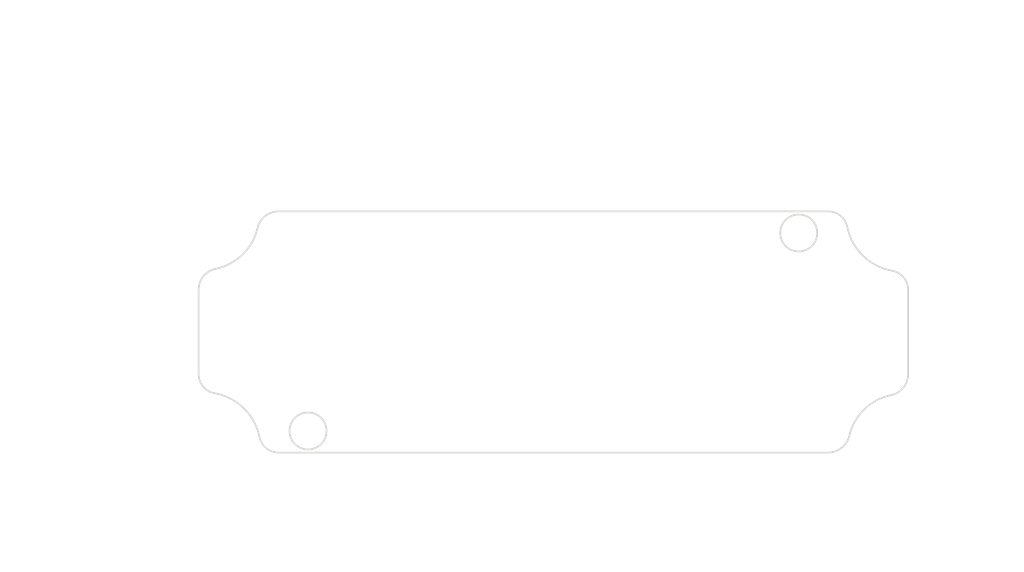
<source format=kicad_pcb>
(kicad_pcb (version 20221018) (generator pcbnew)

  (general
    (thickness 1.6)
  )

  (paper "A4")
  (layers
    (0 "F.Cu" signal)
    (31 "B.Cu" signal)
    (32 "B.Adhes" user "B.Adhesive")
    (33 "F.Adhes" user "F.Adhesive")
    (34 "B.Paste" user)
    (35 "F.Paste" user)
    (36 "B.SilkS" user "B.Silkscreen")
    (37 "F.SilkS" user "F.Silkscreen")
    (38 "B.Mask" user)
    (39 "F.Mask" user)
    (40 "Dwgs.User" user "User.Drawings")
    (41 "Cmts.User" user "User.Comments")
    (42 "Eco1.User" user "User.Eco1")
    (43 "Eco2.User" user "User.Eco2")
    (44 "Edge.Cuts" user)
    (45 "Margin" user)
    (46 "B.CrtYd" user "B.Courtyard")
    (47 "F.CrtYd" user "F.Courtyard")
    (48 "B.Fab" user)
    (49 "F.Fab" user)
  )

  (setup
    (pad_to_mask_clearance 0.051)
    (solder_mask_min_width 0.25)
    (pcbplotparams
      (layerselection 0x00010fc_ffffffff)
      (plot_on_all_layers_selection 0x0000000_00000000)
      (disableapertmacros false)
      (usegerberextensions false)
      (usegerberattributes false)
      (usegerberadvancedattributes false)
      (creategerberjobfile false)
      (dashed_line_dash_ratio 12.000000)
      (dashed_line_gap_ratio 3.000000)
      (svgprecision 4)
      (plotframeref false)
      (viasonmask false)
      (mode 1)
      (useauxorigin false)
      (hpglpennumber 1)
      (hpglpenspeed 20)
      (hpglpendiameter 15.000000)
      (dxfpolygonmode true)
      (dxfimperialunits true)
      (dxfusepcbnewfont true)
      (psnegative false)
      (psa4output false)
      (plotreference true)
      (plotvalue true)
      (plotinvisibletext false)
      (sketchpadsonfab false)
      (subtractmaskfromsilk false)
      (outputformat 1)
      (mirror false)
      (drillshape 1)
      (scaleselection 1)
      (outputdirectory "")
    )
  )

  (net 0 "")

  (gr_line (start 101.251356 107.984467) (end 101.251356 106.310958)
    (stroke (width 0.2) (type solid)) (layer "Dwgs.User") (tstamp 0216f7a3-85e8-450e-ba96-b18b1c86fc21))
  (gr_line (start 196.607455 119.01878) (end 190.102338 113.633289)
    (stroke (width 0.2) (type solid)) (layer "Dwgs.User") (tstamp 0993aad1-0afd-42dc-a421-dfa0474b669c))
  (gr_line (start 111.699499 96.976653) (end 111.699499 64.406156)
    (stroke (width 0.2) (type solid)) (layer "Dwgs.User") (tstamp 0e4a2fc0-d7e1-4ca7-b16a-a28c6014b763))
  (gr_line (start 194.1165 96.976658) (end 194.1165 64.406156)
    (stroke (width 0.2) (type solid)) (layer "Dwgs.User") (tstamp 183756c9-b95e-47a9-a6a4-65e8c266ccb2))
  (gr_line (start 120.011869 116.881954) (end 108.578967 116.881954)
    (stroke (width 0.2) (type solid)) (layer "Dwgs.User") (tstamp 1ae72937-441a-4383-9900-2cb4a8bc9e72))
  (gr_line (start 123.407999 114.369994) (end 108.578967 114.369994)
    (stroke (width 0.2) (type solid)) (layer "Dwgs.User") (tstamp 3186aced-b10c-4d89-99cc-a8951a839920))
  (gr_line (start 101.251356 97.529535) (end 101.251356 99.203045)
    (stroke (width 0.2) (type solid)) (layer "Dwgs.User") (tstamp 325e29a5-beac-4185-9fad-f67b818e508e))
  (gr_line (start 112.556717 109.984467) (end 98.076356 109.984467)
    (stroke (width 0.2) (type solid)) (layer "Dwgs.User") (tstamp 334a1b44-bd42-4f86-9855-c41c636c3b66))
  (gr_line (start 187.055625 89.689836) (end 187.055625 76.202488)
    (stroke (width 0.2) (type solid)) (layer "Dwgs.User") (tstamp 351c95b9-cfc7-453a-a0ed-683c26d7f0b3))
  (gr_line (start 92.655288 114.881954) (end 92.655288 106.427436)
    (stroke (width 0.2) (type solid)) (layer "Dwgs.User") (tstamp 368199ef-1cd4-48b5-8114-64b3e379fad8))
  (gr_line (start 120.01466 88.858047) (end 89.480288 88.858047)
    (stroke (width 0.2) (type solid)) (layer "Dwgs.User") (tstamp 4982d578-b32a-445b-ba9d-a1c839b4b962))
  (gr_line (start 185.055625 79.377488) (end 156.84009 79.377488)
    (stroke (width 0.2) (type solid)) (layer "Dwgs.User") (tstamp 52e7435f-86f1-40bb-915b-96334141e40b))
  (gr_line (start 124.407999 114.459994) (end 124.407999 114.279994)
    (stroke (width 0.2) (type solid)) (layer "Dwgs.User") (tstamp 6167ce06-6775-4ae6-b44d-c84479b55e39))
  (gr_line (start 124.407999 115.369994) (end 124.407999 130.629964)
    (stroke (width 0.2) (type solid)) (layer "Dwgs.User") (tstamp 660e64f8-2c2a-4603-8fe1-908ce746fea3))
  (gr_line (start 113.699499 67.581156) (end 148.869186 67.581156)
    (stroke (width 0.2) (type solid)) (layer "Dwgs.User") (tstamp 6978126b-fc80-4c6c-941e-83341de20424))
  (gr_line (start 111.753967 112.369994) (end 111.753967 110.369994)
    (stroke (width 0.2) (type solid)) (layer "Dwgs.User") (tstamp 6e5ce3db-4c5b-497d-a819-a18273188949))
  (gr_line (start 111.753967 124.854287) (end 109.753967 124.854287)
    (stroke (width 0.2) (type solid)) (layer "Dwgs.User") (tstamp 77409562-77d1-49c1-a7ac-ac04c9b98f0a))
  (gr_line (start 111.753967 118.881954) (end 111.753967 124.854287)
    (stroke (width 0.2) (type solid)) (layer "Dwgs.User") (tstamp 817fc536-da16-4c71-a45c-77010b74bc72))
  (gr_line (start 92.655288 90.858047) (end 92.655288 99.312565)
    (stroke (width 0.2) (type solid)) (layer "Dwgs.User") (tstamp 8af78fc7-cfdd-4f8a-a895-420062793aab))
  (gr_line (start 120.011869 116.881954) (end 89.480288 116.881954)
    (stroke (width 0.2) (type solid)) (layer "Dwgs.User") (tstamp 921b3830-d65b-4f69-bf57-deb960ae8f38))
  (gr_line (start 193.882064 125.854754) (end 191.882064 125.854754)
    (stroke (width 0.2) (type solid)) (layer "Dwgs.User") (tstamp 92f5116b-93a1-45f3-8739-76bc1aeb4608))
  (gr_line (start 120.529534 79.377488) (end 148.745069 79.377488)
    (stroke (width 0.2) (type solid)) (layer "Dwgs.User") (tstamp 9e375593-291b-4eec-8e58-b881e6e07775))
  (gr_line (start 112.689798 95.529535) (end 98.076356 95.529535)
    (stroke (width 0.2) (type solid)) (layer "Dwgs.User") (tstamp af34a2ea-7e9a-4ba1-bf57-ac2dc5853bc4))
  (gr_line (start 198.607455 119.01878) (end 196.607455 119.01878)
    (stroke (width 0.2) (type solid)) (layer "Dwgs.User") (tstamp b59acc8c-7df2-4d2a-80ca-d0e0f3f4425e))
  (gr_line (start 124.407999 127.454964) (end 126.407999 127.454964)
    (stroke (width 0.2) (type solid)) (layer "Dwgs.User") (tstamp bc0f3331-890d-4ddd-a8dd-5b112c07390c))
  (gr_line (start 192.1165 67.581156) (end 156.946813 67.581156)
    (stroke (width 0.2) (type solid)) (layer "Dwgs.User") (tstamp bdebb73a-6d97-4947-a96b-46095ab45044))
  (gr_line (start 124.317999 114.369994) (end 124.497999 114.369994)
    (stroke (width 0.2) (type solid)) (layer "Dwgs.User") (tstamp ce9ad9e5-8e87-4bed-9f37-f67622db081e))
  (gr_line (start 138.205618 122.102347) (end 136.205618 122.102347)
    (stroke (width 0.2) (type solid)) (layer "Dwgs.User") (tstamp cf427d21-ea57-4319-add9-6ace4d4493e2))
  (gr_line (start 118.529534 89.822505) (end 118.529534 76.202488)
    (stroke (width 0.2) (type solid)) (layer "Dwgs.User") (tstamp d2563ba0-4ed0-41ff-85dd-8a879027a288))
  (gr_line (start 111.699499 108.763333) (end 111.699499 130.629964)
    (stroke (width 0.2) (type solid)) (layer "Dwgs.User") (tstamp d2d20774-0f21-4c2e-b194-2b9ca9e30fa5))
  (gr_line (start 191.882064 125.854754) (end 187.185025 118.208305)
    (stroke (width 0.2) (type solid)) (layer "Dwgs.User") (tstamp db4e4800-1e95-4c05-81ab-dda0d3252eb7))
  (gr_line (start 113.699499 127.454964) (end 122.407999 127.454964)
    (stroke (width 0.2) (type solid)) (layer "Dwgs.User") (tstamp f2bc0e2e-7f87-40fe-96b9-57fd2d9898d6))
  (gr_line (start 136.205618 122.102347) (end 127.878924 116.644895)
    (stroke (width 0.2) (type solid)) (layer "Dwgs.User") (tstamp ff9f5d3f-2c1d-44be-9fb9-28e14a03faec))
  (gr_arc (start 113.556717 109.984468) (mid 112.224981 109.210978) (end 111.699499 107.763333)
    (stroke (width 0.2) (type solid)) (layer "Edge.Cuts") (tstamp 0090d576-4c35-41f2-a71f-1a044f1b4740))
  (gr_arc (start 192.25929 95.755536) (mid 188.882307 94.018948) (end 187.055625 90.689836)
    (stroke (width 0.2) (type solid)) (layer "Edge.Cuts") (tstamp 08d68de9-5755-4672-a6ff-13486828cdf8))
  (gr_arc (start 192.259289 95.755537) (mid 193.591019 96.529021) (end 194.1165 97.976658)
    (stroke (width 0.2) (type solid)) (layer "Edge.Cuts") (tstamp 0a496a3d-f373-4c6b-ac3a-50a47c2326cb))
  (gr_circle (center 124.407999 114.369994) (end 126.557999 114.369994)
    (stroke (width 0.2) (type solid)) (fill none) (layer "Edge.Cuts") (tstamp 1ba42d34-7591-4de0-9ce9-763f18293692))
  (gr_arc (start 113.556717 109.984467) (mid 116.933691 111.721058) (end 118.760367 115.050165)
    (stroke (width 0.2) (type solid)) (layer "Edge.Cuts") (tstamp 26f1be17-1060-45ce-b13e-f6cba224a6d2))
  (gr_arc (start 121.011868 116.881955) (mid 119.5606 116.366161) (end 118.760367 115.050165)
    (stroke (width 0.2) (type solid)) (layer "Edge.Cuts") (tstamp 42b3f4a9-6c3a-42d3-ae67-2498bae14725))
  (gr_arc (start 187.286463 114.917495) (mid 189.021498 111.859834) (end 192.126201 110.210455)
    (stroke (width 0.2) (type solid)) (layer "Edge.Cuts") (tstamp 60711b5a-4416-4304-9a4d-c091c7110104))
  (gr_arc (start 118.529534 90.822504) (mid 116.794498 93.880159) (end 113.689798 95.529535)
    (stroke (width 0.2) (type solid)) (layer "Edge.Cuts") (tstamp 737cdb10-9a9a-4efc-b054-ef3d56542df4))
  (gr_arc (start 184.804124 88.858046) (mid 186.255392 89.37384) (end 187.055625 90.689836)
    (stroke (width 0.2) (type solid)) (layer "Edge.Cuts") (tstamp 912f0369-8f5c-45dc-89b3-6a6cc6035690))
  (gr_line (start 111.699499 107.763333) (end 111.699499 97.976653)
    (stroke (width 0.2) (type solid)) (layer "Edge.Cuts") (tstamp 91da144e-0cbd-4dea-b55c-8d3fb14d4d76))
  (gr_arc (start 118.529534 90.822505) (mid 119.430761 89.408471) (end 121.01466 88.858047)
    (stroke (width 0.2) (type solid)) (layer "Edge.Cuts") (tstamp a098afa4-a369-4ae9-ac54-6d664d701ef5))
  (gr_line (start 184.801339 116.881954) (end 121.011869 116.881954)
    (stroke (width 0.2) (type solid)) (layer "Edge.Cuts") (tstamp b8abbedb-6788-4ef9-a96b-c148abd9e0bf))
  (gr_arc (start 111.699499 97.976653) (mid 112.259894 96.399498) (end 113.689798 95.529535)
    (stroke (width 0.2) (type solid)) (layer "Edge.Cuts") (tstamp b9e66c63-554e-4c97-838d-35a340c4d806))
  (gr_line (start 194.1165 97.976658) (end 194.1165 107.763337)
    (stroke (width 0.2) (type solid)) (layer "Edge.Cuts") (tstamp e07b1408-4918-4120-9d87-f20a118aab8f))
  (gr_arc (start 187.286463 114.917495) (mid 186.385238 116.33153) (end 184.801339 116.881954)
    (stroke (width 0.2) (type solid)) (layer "Edge.Cuts") (tstamp edc731e7-ee0f-4246-99b4-54f6d82c560f))
  (gr_arc (start 194.1165 107.763337) (mid 193.556105 109.340492) (end 192.126201 110.210455)
    (stroke (width 0.2) (type solid)) (layer "Edge.Cuts") (tstamp ef1cf800-ba21-4746-8dc4-68b24900e1fd))
  (gr_line (start 121.01466 88.858047) (end 184.804123 88.858047)
    (stroke (width 0.2) (type solid)) (layer "Edge.Cuts") (tstamp f913bbe4-31d6-4ee6-ab5e-4a520c4974a5))
  (gr_circle (center 181.408 91.369997) (end 183.558 91.369997)
    (stroke (width 0.2) (type solid)) (fill none) (layer "Edge.Cuts") (tstamp fd072dc8-a3eb-4558-bfd9-dc2c0dee62ed))
  (gr_text " R2.55" (at 198.352835 124.18678) (layer "Dwgs.User") (tstamp 02742766-af6b-4ea8-8d2f-7eb232d60fef)
    (effects (font (size 1.7 1.53) (thickness 0.2125)))
  )
  (gr_text "[.50]" (at 130.291423 129.344425) (layer "Dwgs.User") (tstamp 02b45c8f-074f-4dbc-a7b2-0e6e4d4aa2a2)
    (effects (font (size 1.7 1.53) (thickness 0.2125)))
  )
  (gr_text " ∅4.30\n[∅0.17]" (at 142.742488 122.102347) (layer "Dwgs.User") (tstamp 0f96b3ff-8ef7-46ff-bd48-01bbffdb8462)
    (effects (font (size 1.7 1.53) (thickness 0.2125)))
  )
  (gr_text "[1.10]" (at 92.655288 104.759462) (layer "Dwgs.User") (tstamp 1851929b-27ed-48e5-8c98-ee2e2b24396f)
    (effects (font (size 1.7 1.53) (thickness 0.2125)))
  )
  (gr_text " R6.29" (at 203.078225 117.350806) (layer "Dwgs.User") (tstamp 29cbeaf6-6879-4b70-ad88-1ef00ddd77c9)
    (effects (font (size 1.7 1.53) (thickness 0.2125)))
  )
  (gr_text "[R0.25]" (at 203.078225 120.908241) (layer "Dwgs.User") (tstamp 38b08a64-8a23-48f9-b8af-ad6a54ed78da)
    (effects (font (size 1.7 1.53) (thickness 0.2125)))
  )
  (gr_text "[.10]" (at 106.530945 126.743748) (layer "Dwgs.User") (tstamp 43ad7b5d-62c6-4a55-9f61-434dcf026bad)
    (effects (font (size 1.7 1.53) (thickness 0.2125)))
  )
  (gr_text "[3.24]" (at 152.908 69.470617) (layer "Dwgs.User") (tstamp 45f968fb-a56e-438d-b338-934479868038)
    (effects (font (size 1.7 1.53) (thickness 0.2125)))
  )
  (gr_text "[.57]" (at 101.251356 104.642984) (layer "Dwgs.User") (tstamp 68722b60-f8de-430d-8667-7f7d3cd32b04)
    (effects (font (size 1.7 1.53) (thickness 0.2125)))
  )
  (gr_text " 2.51" (at 106.530945 123.186313) (layer "Dwgs.User") (tstamp 8face624-b76c-4bdf-b6fe-0860f11766bb)
    (effects (font (size 1.7 1.53) (thickness 0.2125)))
  )
  (gr_text " 28.02" (at 92.655288 101.202026) (layer "Dwgs.User") (tstamp 9194d007-65c5-4484-b502-36061fff165d)
    (effects (font (size 1.7 1.53) (thickness 0.2125)))
  )
  (gr_text " 12.71" (at 130.291423 125.801485) (layer "Dwgs.User") (tstamp 95b3f7f0-8d86-485d-9f26-8c451f4c486b)
    (effects (font (size 1.7 1.53) (thickness 0.2125)))
  )
  (gr_text " 14.45" (at 101.251356 101.089027) (layer "Dwgs.User") (tstamp a3bde30e-e087-4007-9408-2f694a4141d6)
    (effects (font (size 1.7 1.53) (thickness 0.2125)))
  )
  (gr_text " 68.53" (at 152.792579 77.708934) (layer "Dwgs.User") (tstamp c434f22f-799a-45ad-a008-b002505f107b)
    (effects (font (size 1.7 1.53) (thickness 0.2125)))
  )
  (gr_text "[2.70]" (at 152.792579 81.266949) (layer "Dwgs.User") (tstamp d165b126-4b4f-44f5-ad36-ab7a44a4800d)
    (effects (font (size 1.7 1.53) (thickness 0.2125)))
  )
  (gr_text " 82.42" (at 152.908 65.913182) (layer "Dwgs.User") (tstamp e1722ae7-c397-4829-928f-2496c4696dab)
    (effects (font (size 1.7 1.53) (thickness 0.2125)))
  )
  (gr_text "[R0.10]" (at 198.352835 127.744216) (layer "Dwgs.User") (tstamp f1be49be-6c3a-4670-a764-206371866645)
    (effects (font (size 1.7 1.53) (thickness 0.2125)))
  )

)

</source>
